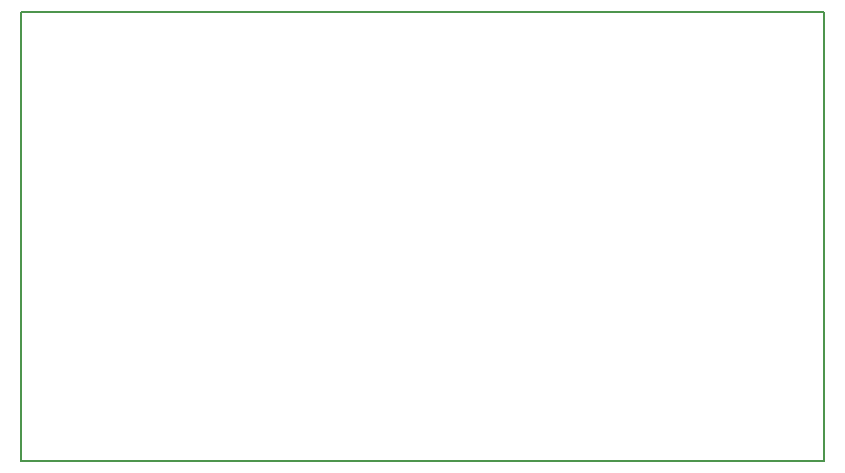
<source format=gbr>
G04 #@! TF.FileFunction,Profile,NP*
%FSLAX46Y46*%
G04 Gerber Fmt 4.6, Leading zero omitted, Abs format (unit mm)*
G04 Created by KiCad (PCBNEW 4.0.2-stable) date Friday, 30 September 2016 18:58:37*
%MOMM*%
G01*
G04 APERTURE LIST*
%ADD10C,0.100000*%
%ADD11C,0.150000*%
G04 APERTURE END LIST*
D10*
D11*
X38500000Y-50000000D02*
X39000000Y-50000000D01*
X39000000Y-50000000D02*
X38500000Y-50000000D01*
X80000000Y-50000000D02*
X39000000Y-50000000D01*
X80000000Y-12000000D02*
X80000000Y-50000000D01*
X50000000Y-12000000D02*
X80000000Y-12000000D01*
X12000000Y-12000000D02*
X12500000Y-12000000D01*
X12000000Y-50000000D02*
X12000000Y-12000000D01*
X50000000Y-50000000D02*
X12000000Y-50000000D01*
X12000000Y-12000000D02*
X50000000Y-12000000D01*
M02*

</source>
